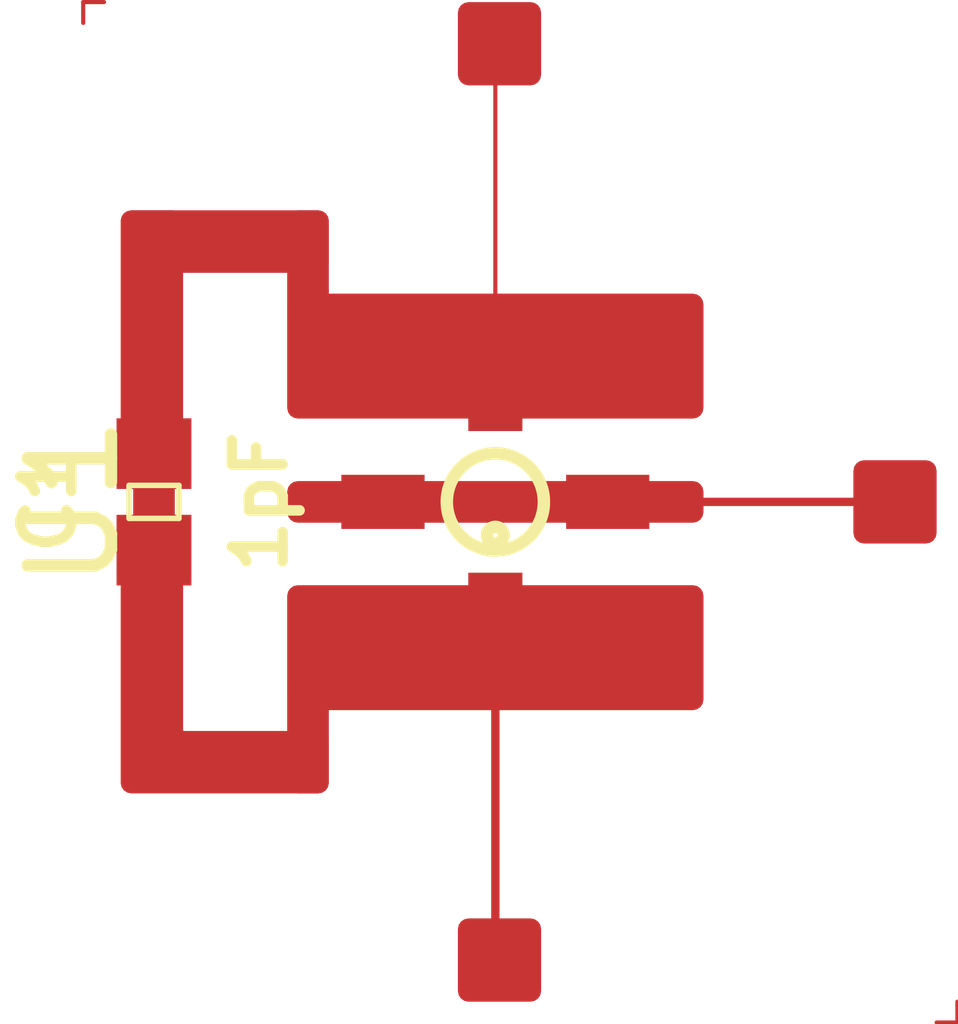
<source format=kicad_pcb>
(kicad_pcb (version 20171130) (host pcbnew 5.0.0)

  (general
    (thickness 1.6)
    (drawings 0)
    (tracks 8)
    (zones 0)
    (modules 2)
    (nets 4)
  )

  (page A4)
  (layers
    (0 F.Cu signal)
    (31 B.Cu signal)
    (32 B.Adhes user)
    (33 F.Adhes user)
    (34 B.Paste user)
    (35 F.Paste user)
    (36 B.SilkS user)
    (37 F.SilkS user)
    (38 B.Mask user)
    (39 F.Mask user)
    (40 Dwgs.User user)
    (41 Cmts.User user)
    (42 Eco1.User user)
    (43 Eco2.User user)
    (44 Edge.Cuts user)
    (45 Margin user)
    (46 B.CrtYd user)
    (47 F.CrtYd user)
    (48 B.Fab user)
    (49 F.Fab user)
  )

  (setup
    (last_trace_width 0.25)
    (trace_clearance 0.2)
    (zone_clearance 0)
    (zone_45_only no)
    (trace_min 0.2)
    (segment_width 0.2)
    (edge_width 0.15)
    (via_size 0.8)
    (via_drill 0.4)
    (via_min_size 0.4)
    (via_min_drill 0.3)
    (uvia_size 0.3)
    (uvia_drill 0.1)
    (uvias_allowed no)
    (uvia_min_size 0.2)
    (uvia_min_drill 0.1)
    (pcb_text_width 0.3)
    (pcb_text_size 1.5 1.5)
    (mod_edge_width 0.15)
    (mod_text_size 1 1)
    (mod_text_width 0.15)
    (pad_size 1.524 1.524)
    (pad_drill 0.762)
    (pad_to_mask_clearance 0.2)
    (aux_axis_origin 22.5 25)
    (grid_origin 22.5 25)
    (visible_elements FEFFFF7F)
    (pcbplotparams
      (layerselection 0x00000_7fffffff)
      (usegerberextensions false)
      (usegerberattributes false)
      (usegerberadvancedattributes false)
      (creategerberjobfile false)
      (excludeedgelayer true)
      (linewidth 0.100000)
      (plotframeref false)
      (viasonmask false)
      (mode 1)
      (useauxorigin false)
      (hpglpennumber 1)
      (hpglpenspeed 20)
      (hpglpendiameter 15.000000)
      (psnegative false)
      (psa4output false)
      (plotreference false)
      (plotvalue false)
      (plotinvisibletext false)
      (padsonsilk false)
      (subtractmaskfromsilk false)
      (outputformat 4)
      (mirror false)
      (drillshape 0)
      (scaleselection 1)
      (outputdirectory ""))
  )

  (net 0 "")
  (net 1 /OSC1)
  (net 2 GND)
  (net 3 /GATE)

  (net_class Default "This is the default net class."
    (clearance 0.2)
    (trace_width 0.25)
    (via_dia 0.8)
    (via_drill 0.4)
    (uvia_dia 0.3)
    (uvia_drill 0.1)
    (add_net /GATE)
    (add_net /OSC1)
    (add_net GND)
  )

  (module 0xDBFB7:4-Micro-X (layer F.Cu) (tedit 5E8E9CC3) (tstamp 5E8F6C5B)
    (at 19.95 18.5 270)
    (path /5E8F0DA8)
    (fp_text reference U1 (at 0 5.072 270) (layer F.SilkS)
      (effects (font (size 1 1) (thickness 0.15)))
    )
    (fp_text value CE3520K3 (at 0 4.072 270) (layer F.Fab)
      (effects (font (size 1 1) (thickness 0.15)))
    )
    (fp_text user Gate (at 1.4 -0.5 270) (layer Dwgs.User)
      (effects (font (size 0.2 0.2) (thickness 0.05)))
    )
    (fp_text user Drain (at -1.3 -0.5 270) (layer Dwgs.User)
      (effects (font (size 0.2 0.2) (thickness 0.05)))
    )
    (fp_text user Source (at -0.5 -1.3) (layer Dwgs.User)
      (effects (font (size 0.2 0.2) (thickness 0.05)))
    )
    (fp_text user Source (at -0.5 1.4) (layer Dwgs.User)
      (effects (font (size 0.2 0.2) (thickness 0.05)))
    )
    (fp_circle (center 0 0) (end 0.583095 0) (layer F.SilkS) (width 0.15))
    (fp_circle (center 0.4 0) (end 0.5 0) (layer F.SilkS) (width 0.15))
    (pad 2 smd rect (at -1.35 0) (size 0.65 1) (layers F.Cu F.Paste F.Mask)
      (net 3 /GATE))
    (pad 1 smd rect (at 0 -1.35 270) (size 0.65 1) (layers F.Cu F.Paste F.Mask)
      (net 2 GND))
    (pad 4 smd rect (at 1.35 0 180) (size 0.65 1) (layers F.Cu F.Paste F.Mask)
      (net 3 /GATE))
    (pad 3 smd rect (at 0 1.35 90) (size 0.65 1) (layers F.Cu F.Paste F.Mask)
      (net 2 GND))
  )

  (module 0402 (layer F.Cu) (tedit 200000) (tstamp 5E8F6E58)
    (at 15.85 18.5 90)
    (descr "GENERIC 1005 (0402) PACKAGE")
    (tags "GENERIC 1005 (0402) PACKAGE")
    (path /5E8F3679)
    (attr smd)
    (fp_text reference C1 (at 0 -1.27 90) (layer F.SilkS)
      (effects (font (size 0.6096 0.6096) (thickness 0.127)))
    )
    (fp_text value 1pF (at 0 1.27 90) (layer F.SilkS)
      (effects (font (size 0.6096 0.6096) (thickness 0.127)))
    )
    (fp_line (start -0.55372 0.3048) (end -0.254 0.3048) (layer Dwgs.User) (width 0.06604))
    (fp_line (start -0.254 0.3048) (end -0.254 -0.3048) (layer Dwgs.User) (width 0.06604))
    (fp_line (start -0.55372 -0.3048) (end -0.254 -0.3048) (layer Dwgs.User) (width 0.06604))
    (fp_line (start -0.55372 0.3048) (end -0.55372 -0.3048) (layer Dwgs.User) (width 0.06604))
    (fp_line (start 0.25654 0.3048) (end 0.5588 0.3048) (layer Dwgs.User) (width 0.06604))
    (fp_line (start 0.5588 0.3048) (end 0.5588 -0.3048) (layer Dwgs.User) (width 0.06604))
    (fp_line (start 0.25654 -0.3048) (end 0.5588 -0.3048) (layer Dwgs.User) (width 0.06604))
    (fp_line (start 0.25654 0.3048) (end 0.25654 -0.3048) (layer Dwgs.User) (width 0.06604))
    (fp_line (start -0.19812 0.29972) (end 0.19812 0.29972) (layer F.SilkS) (width 0.06604))
    (fp_line (start 0.19812 0.29972) (end 0.19812 -0.29972) (layer F.SilkS) (width 0.06604))
    (fp_line (start -0.19812 -0.29972) (end 0.19812 -0.29972) (layer F.SilkS) (width 0.06604))
    (fp_line (start -0.19812 0.29972) (end -0.19812 -0.29972) (layer F.SilkS) (width 0.06604))
    (fp_line (start -0.26924 -0.2286) (end 0.26924 -0.2286) (layer Dwgs.User) (width 0.1524))
    (fp_line (start 0.26924 0.2286) (end -0.26924 0.2286) (layer Dwgs.User) (width 0.1524))
    (fp_line (start -1.19888 -0.6477) (end 1.19888 -0.6477) (layer F.CrtYd) (width 0.0508))
    (fp_line (start 1.19888 -0.6477) (end 1.19888 0.6477) (layer F.CrtYd) (width 0.0508))
    (fp_line (start 1.19888 0.6477) (end -1.19888 0.6477) (layer F.CrtYd) (width 0.0508))
    (fp_line (start -1.19888 0.6477) (end -1.19888 -0.6477) (layer F.CrtYd) (width 0.0508))
    (pad 1 smd rect (at -0.57912 0 90) (size 0.84836 0.89916) (layers F.Cu F.Paste F.Mask)
      (net 3 /GATE) (solder_mask_margin 0.1016))
    (pad 2 smd rect (at 0.57912 0 90) (size 0.84836 0.89916) (layers F.Cu F.Paste F.Mask)
      (net 3 /GATE) (solder_mask_margin 0.1016))
  )

  (segment (start 15 12.75) (end 15 12.5) (width 0.05) (layer F.Cu) (net 0))
  (segment (start 15 12.5) (end 15.25 12.5) (width 0.05) (layer F.Cu) (net 0))
  (segment (start 25.5 24.5) (end 25.5 24.75) (width 0.05) (layer F.Cu) (net 0))
  (segment (start 25.5 24.75) (end 25.25 24.75) (width 0.05) (layer F.Cu) (net 0))
  (segment (start 19.95 13.25) (end 19.95 16) (width 0.05) (layer F.Cu) (net 1) (tstamp 5E8F704A))
  (segment (start 24.45 18.5) (end 21.7 18.5) (width 0.1) (layer F.Cu) (net 2))
  (segment (start 19.95 21) (end 19.95 23.75) (width 0.1) (layer F.Cu) (net 3) (tstamp 5E8F704A))
  (segment (start 15.85 17.92088) (end 15.85 19.07912) (width 0.5) (layer F.Cu) (net 3))

  (zone (net 3) (net_name /GATE) (layer F.Cu) (tstamp 0) (hatch edge 0.508)
    (connect_pads yes (clearance 0))
    (min_thickness 0.254)
    (fill yes (arc_segments 16) (thermal_gap 0) (thermal_bridge_width 0))
    (polygon
      (pts
        (xy 15.45 15) (xy 15.45 18) (xy 16.2 18) (xy 16.2 15)
      )
    )
    (filled_polygon
      (pts
        (xy 16.073 17.873) (xy 15.577 17.873) (xy 15.577 15.127) (xy 16.073 15.127)
      )
    )
  )
  (zone (net 1) (net_name /OSC1) (layer F.Cu) (tstamp 0) (hatch edge 0.508)
    (connect_pads yes (clearance 0))
    (min_thickness 0.254)
    (fill yes (arc_segments 16) (thermal_gap 0) (thermal_bridge_width 0))
    (polygon
      (pts
        (xy 19.5 13.5) (xy 20.5 13.5) (xy 20.5 12.5) (xy 19.5 12.5)
      )
    )
    (filled_polygon
      (pts
        (xy 20.373 13.373) (xy 19.627 13.373) (xy 19.627 12.627) (xy 20.373 12.627)
      )
    )
  )
  (zone (net 1) (net_name /OSC1) (layer F.Cu) (tstamp 0) (hatch edge 0.508)
    (connect_pads yes (clearance 0))
    (min_thickness 0.254)
    (fill yes (arc_segments 16) (thermal_gap 0) (thermal_bridge_width 0))
    (polygon
      (pts
        (xy 17.95 16.5) (xy 17.95 15) (xy 17.45 15) (xy 17.45 16.5)
      )
    )
    (filled_polygon
      (pts
        (xy 17.823 16.373) (xy 17.577 16.373) (xy 17.577 15.127) (xy 17.823 15.127)
      )
    )
  )
  (zone (net 3) (net_name /GATE) (layer F.Cu) (tstamp 0) (hatch edge 0.508)
    (connect_pads yes (clearance 0))
    (min_thickness 0.254)
    (fill yes (arc_segments 16) (thermal_gap 0) (thermal_bridge_width 0))
    (polygon
      (pts
        (xy 17.95 22) (xy 15.45 22) (xy 15.45 19) (xy 16.2 19) (xy 16.2 21.25)
        (xy 17.95 21.25)
      )
    )
    (filled_polygon
      (pts
        (xy 16.073 21.25) (xy 16.082667 21.298601) (xy 16.110197 21.339803) (xy 16.151399 21.367333) (xy 16.2 21.377)
        (xy 17.823 21.377) (xy 17.823 21.873) (xy 15.577 21.873) (xy 15.577 19.127) (xy 16.073 19.127)
      )
    )
  )
  (zone (net 2) (net_name GND) (layer F.Cu) (tstamp 0) (hatch edge 0.508)
    (connect_pads yes (clearance 0))
    (min_thickness 0.254)
    (fill yes (arc_segments 16) (thermal_gap 0) (thermal_bridge_width 0))
    (polygon
      (pts
        (xy 24.25 18) (xy 24.25 19) (xy 25.25 19) (xy 25.25 18)
      )
    )
    (filled_polygon
      (pts
        (xy 25.123 18.873) (xy 24.377 18.873) (xy 24.377 18.127) (xy 25.123 18.127)
      )
    )
  )
  (zone (net 2) (net_name GND) (layer F.Cu) (tstamp 0) (hatch edge 0.508)
    (connect_pads yes (clearance 0))
    (min_thickness 0.254)
    (fill yes (arc_segments 16) (thermal_gap 0) (thermal_bridge_width 0))
    (polygon
      (pts
        (xy 17.45 18.25) (xy 22.45 18.25) (xy 22.45 18.75) (xy 17.45 18.75)
      )
    )
    (filled_polygon
      (pts
        (xy 22.323 18.623) (xy 17.577 18.623) (xy 17.577 18.377) (xy 22.323 18.377)
      )
    )
  )
  (zone (net 1) (net_name /OSC1) (layer F.Cu) (tstamp 0) (hatch edge 0.508)
    (connect_pads yes (clearance 0))
    (min_thickness 0.254)
    (fill yes (arc_segments 16) (thermal_gap 0) (thermal_bridge_width 0))
    (polygon
      (pts
        (xy 17.95 15) (xy 17.95 15.75) (xy 15.45 15.75) (xy 15.45 15)
      )
    )
    (filled_polygon
      (pts
        (xy 17.823 15.623) (xy 15.577 15.623) (xy 15.577 15.127) (xy 17.823 15.127)
      )
    )
  )
  (zone (net 3) (net_name /GATE) (layer F.Cu) (tstamp 5E8F8DCA) (hatch edge 0.508)
    (connect_pads yes (clearance 0))
    (min_thickness 0.254)
    (fill yes (arc_segments 16) (thermal_gap 0) (thermal_bridge_width 0))
    (polygon
      (pts
        (xy 20.5 23.5) (xy 19.5 23.5) (xy 19.5 24.5) (xy 20.5 24.5)
      )
    )
    (filled_polygon
      (pts
        (xy 20.373 24.373) (xy 19.627 24.373) (xy 19.627 23.627) (xy 20.373 23.627)
      )
    )
  )
  (zone (net 3) (net_name /GATE) (layer F.Cu) (tstamp 0) (hatch edge 0.508)
    (connect_pads yes (clearance 0))
    (min_thickness 0.254)
    (fill yes (arc_segments 16) (thermal_gap 0) (thermal_bridge_width 0))
    (polygon
      (pts
        (xy 17.95 20.5) (xy 17.95 22) (xy 17.45 22) (xy 17.45 20.5)
      )
    )
    (filled_polygon
      (pts
        (xy 17.823 21.873) (xy 17.577 21.873) (xy 17.577 20.627) (xy 17.823 20.627)
      )
    )
  )
  (zone (net 3) (net_name /GATE) (layer F.Cu) (tstamp 0) (hatch edge 0.508)
    (connect_pads yes (clearance 0.508))
    (min_thickness 0.254)
    (fill yes (arc_segments 16) (thermal_gap 0.508) (thermal_bridge_width 0.508))
    (polygon
      (pts
        (xy 22.45 21) (xy 22.45 19.5) (xy 17.45 19.5) (xy 17.45 21)
      )
    )
    (filled_polygon
      (pts
        (xy 22.323 20.873) (xy 17.577 20.873) (xy 17.577 19.627) (xy 22.323 19.627)
      )
    )
  )
  (zone (net 3) (net_name /GATE) (layer F.Cu) (tstamp 5E8F6D5D) (hatch edge 0.508)
    (connect_pads yes (clearance 0.508))
    (min_thickness 0.254)
    (fill yes (arc_segments 16) (thermal_gap 0.508) (thermal_bridge_width 0.508))
    (polygon
      (pts
        (xy 22.45 17.5) (xy 22.45 16) (xy 17.45 16) (xy 17.45 17.5)
      )
    )
    (filled_polygon
      (pts
        (xy 22.323 17.373) (xy 17.577 17.373) (xy 17.577 16.127) (xy 22.323 16.127)
      )
    )
  )
)

</source>
